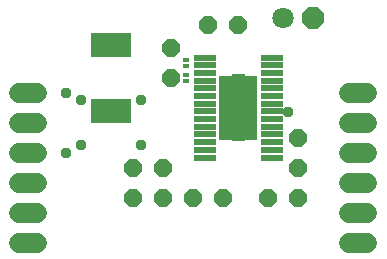
<source format=gbr>
G04 EAGLE Gerber RS-274X export*
G75*
%MOMM*%
%FSLAX34Y34*%
%LPD*%
%INSoldermask Top*%
%IPPOS*%
%AMOC8*
5,1,8,0,0,1.08239X$1,22.5*%
G01*
%ADD10P,1.951982X8X22.500000*%
%ADD11C,1.803400*%
%ADD12P,1.649562X8X202.500000*%
%ADD13P,1.649562X8X22.500000*%
%ADD14P,1.649562X8X292.500000*%
%ADD15P,1.649562X8X112.500000*%
%ADD16R,1.868400X0.568000*%
%ADD17R,3.303200X5.383200*%
%ADD18C,1.727200*%
%ADD19R,3.403200X2.003200*%
%ADD20R,0.553200X0.453200*%
%ADD21C,0.959600*%

G36*
X207970Y158492D02*
X207970Y158492D01*
X207989Y158490D01*
X208091Y158512D01*
X208193Y158529D01*
X208210Y158538D01*
X208230Y158542D01*
X208319Y158595D01*
X208410Y158644D01*
X208424Y158658D01*
X208441Y158668D01*
X208508Y158747D01*
X208580Y158822D01*
X208588Y158840D01*
X208601Y158855D01*
X208640Y158951D01*
X208683Y159045D01*
X208685Y159065D01*
X208693Y159083D01*
X208711Y159250D01*
X208711Y161250D01*
X208708Y161270D01*
X208710Y161289D01*
X208688Y161391D01*
X208672Y161493D01*
X208662Y161510D01*
X208658Y161530D01*
X208605Y161619D01*
X208556Y161710D01*
X208542Y161724D01*
X208532Y161741D01*
X208453Y161808D01*
X208378Y161880D01*
X208360Y161888D01*
X208345Y161901D01*
X208249Y161940D01*
X208155Y161983D01*
X208135Y161985D01*
X208117Y161993D01*
X207950Y162011D01*
X198450Y162011D01*
X198430Y162008D01*
X198411Y162010D01*
X198309Y161988D01*
X198207Y161972D01*
X198190Y161962D01*
X198170Y161958D01*
X198081Y161905D01*
X197990Y161856D01*
X197976Y161842D01*
X197959Y161832D01*
X197892Y161753D01*
X197821Y161678D01*
X197812Y161660D01*
X197799Y161645D01*
X197760Y161549D01*
X197717Y161455D01*
X197715Y161435D01*
X197707Y161417D01*
X197689Y161250D01*
X197689Y159250D01*
X197692Y159230D01*
X197690Y159211D01*
X197712Y159109D01*
X197729Y159007D01*
X197738Y158990D01*
X197742Y158970D01*
X197795Y158881D01*
X197844Y158790D01*
X197858Y158776D01*
X197868Y158759D01*
X197947Y158692D01*
X198022Y158621D01*
X198040Y158612D01*
X198055Y158599D01*
X198151Y158560D01*
X198245Y158517D01*
X198265Y158515D01*
X198283Y158507D01*
X198450Y158489D01*
X207950Y158489D01*
X207970Y158492D01*
G37*
G36*
X207970Y104692D02*
X207970Y104692D01*
X207989Y104690D01*
X208091Y104712D01*
X208193Y104729D01*
X208210Y104738D01*
X208230Y104742D01*
X208319Y104795D01*
X208410Y104844D01*
X208424Y104858D01*
X208441Y104868D01*
X208508Y104947D01*
X208580Y105022D01*
X208588Y105040D01*
X208601Y105055D01*
X208640Y105151D01*
X208683Y105245D01*
X208685Y105265D01*
X208693Y105283D01*
X208711Y105450D01*
X208711Y107450D01*
X208708Y107470D01*
X208710Y107489D01*
X208688Y107591D01*
X208672Y107693D01*
X208662Y107710D01*
X208658Y107730D01*
X208605Y107819D01*
X208556Y107910D01*
X208542Y107924D01*
X208532Y107941D01*
X208453Y108008D01*
X208378Y108080D01*
X208360Y108088D01*
X208345Y108101D01*
X208249Y108140D01*
X208155Y108183D01*
X208135Y108185D01*
X208117Y108193D01*
X207950Y108211D01*
X198450Y108211D01*
X198430Y108208D01*
X198411Y108210D01*
X198309Y108188D01*
X198207Y108172D01*
X198190Y108162D01*
X198170Y108158D01*
X198081Y108105D01*
X197990Y108056D01*
X197976Y108042D01*
X197959Y108032D01*
X197892Y107953D01*
X197821Y107878D01*
X197812Y107860D01*
X197799Y107845D01*
X197760Y107749D01*
X197717Y107655D01*
X197715Y107635D01*
X197707Y107617D01*
X197689Y107450D01*
X197689Y105450D01*
X197692Y105430D01*
X197690Y105411D01*
X197712Y105309D01*
X197729Y105207D01*
X197738Y105190D01*
X197742Y105170D01*
X197795Y105081D01*
X197844Y104990D01*
X197858Y104976D01*
X197868Y104959D01*
X197947Y104892D01*
X198022Y104821D01*
X198040Y104812D01*
X198055Y104799D01*
X198151Y104760D01*
X198245Y104717D01*
X198265Y104715D01*
X198283Y104707D01*
X198450Y104689D01*
X207950Y104689D01*
X207970Y104692D01*
G37*
D10*
X266700Y209550D03*
D11*
X241300Y209550D03*
D12*
X254000Y57150D03*
X228600Y57150D03*
D13*
X177800Y203200D03*
X203200Y203200D03*
D14*
X114300Y82550D03*
X114300Y57150D03*
D15*
X146050Y158750D03*
X146050Y184150D03*
X254000Y82550D03*
X254000Y107950D03*
D14*
X139700Y82550D03*
X139700Y57150D03*
D12*
X190500Y57150D03*
X165100Y57150D03*
D16*
X175006Y175601D03*
X175006Y169101D03*
X175006Y162601D03*
X175006Y156100D03*
X175006Y149600D03*
X175006Y143100D03*
X175006Y136600D03*
X175006Y130100D03*
X175006Y123600D03*
X175006Y117100D03*
X175006Y110600D03*
X175006Y104100D03*
X175006Y97599D03*
X175006Y91099D03*
X231394Y91099D03*
X231394Y97599D03*
X231394Y104100D03*
X231394Y110600D03*
X231394Y117100D03*
X231394Y123600D03*
X231394Y130100D03*
X231394Y136600D03*
X231394Y143100D03*
X231394Y149600D03*
X231394Y156100D03*
X231394Y162601D03*
X231394Y169101D03*
X231394Y175601D03*
D17*
X203200Y133350D03*
D18*
X297180Y146050D02*
X312420Y146050D01*
X312420Y120650D02*
X297180Y120650D01*
X297180Y95250D02*
X312420Y95250D01*
X312420Y69850D02*
X297180Y69850D01*
X297180Y44450D02*
X312420Y44450D01*
X312420Y19050D02*
X297180Y19050D01*
X33020Y19050D02*
X17780Y19050D01*
X17780Y44450D02*
X33020Y44450D01*
X33020Y69850D02*
X17780Y69850D01*
X17780Y95250D02*
X33020Y95250D01*
X33020Y120650D02*
X17780Y120650D01*
X17780Y146050D02*
X33020Y146050D01*
D19*
X95250Y186750D03*
X95250Y130750D03*
D20*
X158750Y173950D03*
X158750Y168950D03*
X158750Y161250D03*
X158750Y156250D03*
D21*
X120650Y101600D03*
X120650Y139700D03*
X69850Y101600D03*
X69850Y139700D03*
X57150Y146050D03*
X57150Y95250D03*
X245364Y129540D03*
M02*

</source>
